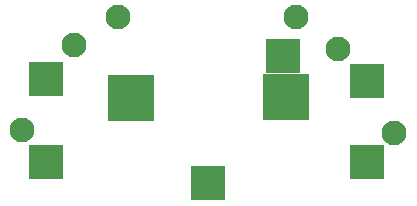
<source format=gbr>
%TF.GenerationSoftware,KiCad,Pcbnew,(6.0.4)*%
%TF.CreationDate,2023-01-17T22:47:36-05:00*%
%TF.ProjectId,Unregulated bridge,556e7265-6775-46c6-9174-656420627269,rev?*%
%TF.SameCoordinates,Original*%
%TF.FileFunction,Soldermask,Top*%
%TF.FilePolarity,Negative*%
%FSLAX46Y46*%
G04 Gerber Fmt 4.6, Leading zero omitted, Abs format (unit mm)*
G04 Created by KiCad (PCBNEW (6.0.4)) date 2023-01-17 22:47:36*
%MOMM*%
%LPD*%
G01*
G04 APERTURE LIST*
%ADD10R,3.000000X3.000000*%
%ADD11C,2.100000*%
%ADD12R,4.000000X4.000000*%
G04 APERTURE END LIST*
D10*
%TO.C,*%
X31600000Y-7200000D03*
%TD*%
D11*
%TO.C,*%
X29100000Y-4500000D03*
%TD*%
%TO.C,REF\u002A\u002A*%
X10500000Y-1800000D03*
%TD*%
%TO.C,*%
X6800000Y-4200000D03*
%TD*%
%TO.C,*%
X2400000Y-11400000D03*
%TD*%
D10*
%TO.C,*%
X4400000Y-7100000D03*
%TD*%
D12*
%TO.C,Switch*%
X24700000Y-8600000D03*
X11600000Y-8700000D03*
%TD*%
D11*
%TO.C,*%
X33900000Y-11600000D03*
%TD*%
D10*
%TO.C,REF\u002A\u002A*%
X4400000Y-14100000D03*
%TD*%
%TO.C,*%
X18100000Y-15900000D03*
%TD*%
%TO.C,*%
X31600000Y-14100000D03*
%TD*%
D11*
%TO.C,REF*%
X25600000Y-1800000D03*
%TD*%
D10*
%TO.C,*%
X24500000Y-5100000D03*
%TD*%
M02*

</source>
